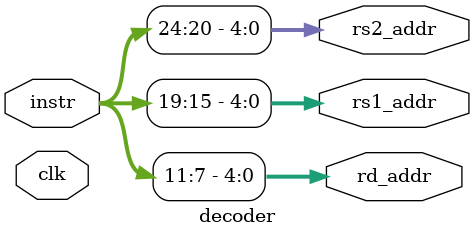
<source format=v>
module decoder(
   input clk,
	input [31:0] instr,
	output [4:0] rd_addr,
	output [4:0] rs1_addr,
	output [4:0] rs2_addr
	);

	assign rs1_addr = instr[19:15];
	assign rs2_addr = instr[24:20];
	assign rd_addr = instr[11:7];

endmodule
</source>
